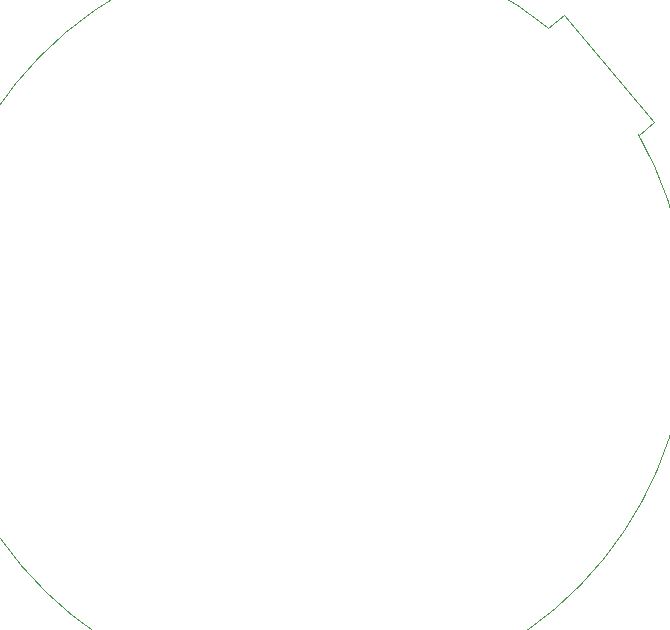
<source format=gbr>
G04 #@! TF.GenerationSoftware,KiCad,Pcbnew,(5.1.5)-3*
G04 #@! TF.CreationDate,2021-12-17T23:07:34-08:00*
G04 #@! TF.ProjectId,watch_v1,77617463-685f-4763-912e-6b696361645f,rev?*
G04 #@! TF.SameCoordinates,Original*
G04 #@! TF.FileFunction,Profile,NP*
%FSLAX46Y46*%
G04 Gerber Fmt 4.6, Leading zero omitted, Abs format (unit mm)*
G04 Created by KiCad (PCBNEW (5.1.5)-3) date 2021-12-17 23:07:34*
%MOMM*%
%LPD*%
G04 APERTURE LIST*
%ADD10C,0.050000*%
G04 APERTURE END LIST*
D10*
X155752624Y-53294380D02*
G75*
G02X148089479Y-44241041I-27838224J-15793620D01*
G01*
X155752800Y-53294280D02*
X157038040Y-52242720D01*
X149407880Y-43159680D02*
X157038040Y-52242720D01*
X148089480Y-44241040D02*
X149407880Y-43159680D01*
M02*

</source>
